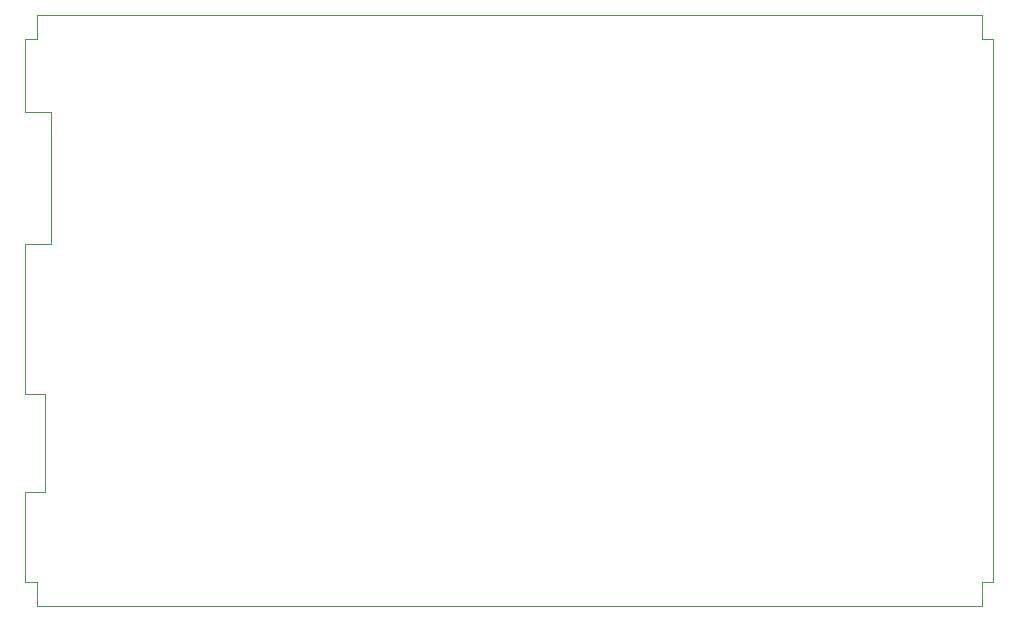
<source format=gbr>
%TF.GenerationSoftware,KiCad,Pcbnew,7.0.9*%
%TF.CreationDate,2024-02-26T10:01:54+01:00*%
%TF.ProjectId,C2LoraGateway,43324c6f-7261-4476-9174-657761792e6b,rev?*%
%TF.SameCoordinates,Original*%
%TF.FileFunction,Profile,NP*%
%FSLAX46Y46*%
G04 Gerber Fmt 4.6, Leading zero omitted, Abs format (unit mm)*
G04 Created by KiCad (PCBNEW 7.0.9) date 2024-02-26 10:01:54*
%MOMM*%
%LPD*%
G01*
G04 APERTURE LIST*
%TA.AperFunction,Profile*%
%ADD10C,0.100000*%
%TD*%
G04 APERTURE END LIST*
D10*
X170000000Y-72000000D02*
X171000000Y-72000000D01*
X171000000Y-118000000D01*
X170000000Y-118000000D01*
X170000000Y-120000000D01*
X90000000Y-120000000D01*
X90000000Y-118000000D01*
X89000000Y-118000000D01*
X89000000Y-110400000D01*
X90700000Y-110400000D01*
X90700000Y-102100000D01*
X89000000Y-102100000D01*
X89000000Y-89400000D01*
X91200000Y-89400000D01*
X91200000Y-78200000D01*
X89000000Y-78200000D01*
X89000000Y-72000000D01*
X90000000Y-72000000D01*
X90000000Y-70000000D01*
X170000000Y-70000000D01*
X170000000Y-72000000D01*
M02*

</source>
